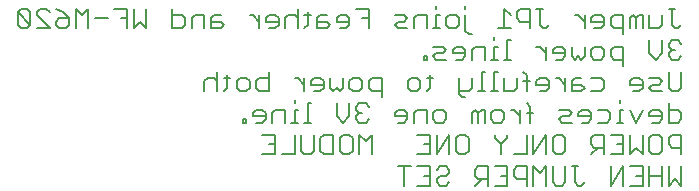
<source format=gbr>
G04 EAGLE Gerber RS-274X export*
G75*
%MOMM*%
%FSLAX34Y34*%
%LPD*%
%INSilkscreen Bottom*%
%IPPOS*%
%AMOC8*
5,1,8,0,0,1.08239X$1,22.5*%
G01*
%ADD10C,0.152400*%


D10*
X614238Y486824D02*
X611526Y484112D01*
X608815Y484112D01*
X606103Y486824D01*
X606103Y500382D01*
X608815Y500382D02*
X603391Y500382D01*
X597866Y494959D02*
X597866Y486824D01*
X595155Y484112D01*
X587020Y484112D01*
X587020Y494959D01*
X581495Y494959D02*
X581495Y484112D01*
X581495Y494959D02*
X578783Y494959D01*
X576072Y492247D01*
X576072Y484112D01*
X576072Y492247D02*
X573360Y494959D01*
X570648Y492247D01*
X570648Y484112D01*
X565123Y478689D02*
X565123Y494959D01*
X556988Y494959D01*
X554277Y492247D01*
X554277Y486824D01*
X556988Y484112D01*
X565123Y484112D01*
X546040Y484112D02*
X540617Y484112D01*
X546040Y484112D02*
X548752Y486824D01*
X548752Y492247D01*
X546040Y494959D01*
X540617Y494959D01*
X537905Y492247D01*
X537905Y489535D01*
X548752Y489535D01*
X532380Y484112D02*
X532380Y494959D01*
X526957Y494959D02*
X532380Y489535D01*
X526957Y494959D02*
X524245Y494959D01*
X502366Y486824D02*
X499654Y484112D01*
X496942Y484112D01*
X494231Y486824D01*
X494231Y500382D01*
X496942Y500382D02*
X491519Y500382D01*
X485994Y500382D02*
X485994Y484112D01*
X485994Y500382D02*
X477859Y500382D01*
X475148Y497670D01*
X475148Y492247D01*
X477859Y489535D01*
X485994Y489535D01*
X469623Y494959D02*
X464199Y500382D01*
X464199Y484112D01*
X458776Y484112D02*
X469623Y484112D01*
X436879Y478689D02*
X434168Y478689D01*
X431456Y481400D01*
X431456Y494959D01*
X431456Y500382D02*
X431456Y503094D01*
X423253Y484112D02*
X417830Y484112D01*
X415118Y486824D01*
X415118Y492247D01*
X417830Y494959D01*
X423253Y494959D01*
X425965Y492247D01*
X425965Y486824D01*
X423253Y484112D01*
X409593Y494959D02*
X406882Y494959D01*
X406882Y484112D01*
X409593Y484112D02*
X404170Y484112D01*
X406882Y500382D02*
X406882Y503094D01*
X398679Y494959D02*
X398679Y484112D01*
X398679Y494959D02*
X390544Y494959D01*
X387833Y492247D01*
X387833Y484112D01*
X382308Y484112D02*
X374173Y484112D01*
X371461Y486824D01*
X374173Y489535D01*
X379596Y489535D01*
X382308Y492247D01*
X379596Y494959D01*
X371461Y494959D01*
X349564Y500382D02*
X349564Y484112D01*
X349564Y500382D02*
X338718Y500382D01*
X344141Y492247D02*
X349564Y492247D01*
X330481Y484112D02*
X325058Y484112D01*
X330481Y484112D02*
X333193Y486824D01*
X333193Y492247D01*
X330481Y494959D01*
X325058Y494959D01*
X322346Y492247D01*
X322346Y489535D01*
X333193Y489535D01*
X314110Y494959D02*
X308686Y494959D01*
X305975Y492247D01*
X305975Y484112D01*
X314110Y484112D01*
X316821Y486824D01*
X314110Y489535D01*
X305975Y489535D01*
X297738Y486824D02*
X297738Y497670D01*
X297738Y486824D02*
X295026Y484112D01*
X295026Y494959D02*
X300450Y494959D01*
X289535Y500382D02*
X289535Y484112D01*
X289535Y492247D02*
X286824Y494959D01*
X281400Y494959D01*
X278689Y492247D01*
X278689Y484112D01*
X270452Y484112D02*
X265029Y484112D01*
X270452Y484112D02*
X273164Y486824D01*
X273164Y492247D01*
X270452Y494959D01*
X265029Y494959D01*
X262317Y492247D01*
X262317Y489535D01*
X273164Y489535D01*
X256792Y484112D02*
X256792Y494959D01*
X251369Y494959D02*
X256792Y489535D01*
X251369Y494959D02*
X248657Y494959D01*
X224066Y494959D02*
X218643Y494959D01*
X215931Y492247D01*
X215931Y484112D01*
X224066Y484112D01*
X226778Y486824D01*
X224066Y489535D01*
X215931Y489535D01*
X210406Y484112D02*
X210406Y494959D01*
X202271Y494959D01*
X199560Y492247D01*
X199560Y484112D01*
X183188Y484112D02*
X183188Y500382D01*
X183188Y484112D02*
X191323Y484112D01*
X194035Y486824D01*
X194035Y492247D01*
X191323Y494959D01*
X183188Y494959D01*
X161291Y500382D02*
X161291Y484112D01*
X155868Y489535D01*
X150445Y484112D01*
X150445Y500382D01*
X144920Y500382D02*
X144920Y484112D01*
X144920Y500382D02*
X134073Y500382D01*
X139497Y492247D02*
X144920Y492247D01*
X128548Y492247D02*
X117702Y492247D01*
X112177Y484112D02*
X112177Y500382D01*
X106753Y494959D01*
X101330Y500382D01*
X101330Y484112D01*
X90382Y497670D02*
X84959Y500382D01*
X90382Y497670D02*
X95805Y492247D01*
X95805Y486824D01*
X93094Y484112D01*
X87670Y484112D01*
X84959Y486824D01*
X84959Y489535D01*
X87670Y492247D01*
X95805Y492247D01*
X79434Y484112D02*
X68587Y484112D01*
X79434Y484112D02*
X68587Y494959D01*
X68587Y497670D01*
X71299Y500382D01*
X76722Y500382D01*
X79434Y497670D01*
X63062Y497670D02*
X63062Y486824D01*
X63062Y497670D02*
X60350Y500382D01*
X54927Y500382D01*
X52215Y497670D01*
X52215Y486824D01*
X54927Y484112D01*
X60350Y484112D01*
X63062Y486824D01*
X52215Y497670D01*
X611526Y473712D02*
X614238Y471000D01*
X611526Y473712D02*
X606103Y473712D01*
X603391Y471000D01*
X603391Y468289D01*
X606103Y465577D01*
X608815Y465577D01*
X606103Y465577D02*
X603391Y462865D01*
X603391Y460154D01*
X606103Y457442D01*
X611526Y457442D01*
X614238Y460154D01*
X597866Y462865D02*
X597866Y473712D01*
X597866Y462865D02*
X592443Y457442D01*
X587020Y462865D01*
X587020Y473712D01*
X565123Y468289D02*
X565123Y452019D01*
X565123Y468289D02*
X556988Y468289D01*
X554277Y465577D01*
X554277Y460154D01*
X556988Y457442D01*
X565123Y457442D01*
X546040Y457442D02*
X540617Y457442D01*
X537905Y460154D01*
X537905Y465577D01*
X540617Y468289D01*
X546040Y468289D01*
X548752Y465577D01*
X548752Y460154D01*
X546040Y457442D01*
X532380Y460154D02*
X532380Y468289D01*
X532380Y460154D02*
X529669Y457442D01*
X526957Y460154D01*
X524245Y457442D01*
X521534Y460154D01*
X521534Y468289D01*
X513297Y457442D02*
X507874Y457442D01*
X513297Y457442D02*
X516009Y460154D01*
X516009Y465577D01*
X513297Y468289D01*
X507874Y468289D01*
X505162Y465577D01*
X505162Y462865D01*
X516009Y462865D01*
X499637Y457442D02*
X499637Y468289D01*
X494214Y468289D02*
X499637Y462865D01*
X494214Y468289D02*
X491502Y468289D01*
X469623Y473712D02*
X466911Y473712D01*
X466911Y457442D01*
X469623Y457442D02*
X464199Y457442D01*
X458708Y468289D02*
X455997Y468289D01*
X455997Y457442D01*
X458708Y457442D02*
X453285Y457442D01*
X455997Y473712D02*
X455997Y476424D01*
X447794Y468289D02*
X447794Y457442D01*
X447794Y468289D02*
X439659Y468289D01*
X436947Y465577D01*
X436947Y457442D01*
X428711Y457442D02*
X423287Y457442D01*
X428711Y457442D02*
X431422Y460154D01*
X431422Y465577D01*
X428711Y468289D01*
X423287Y468289D01*
X420576Y465577D01*
X420576Y462865D01*
X431422Y462865D01*
X415051Y457442D02*
X406916Y457442D01*
X404204Y460154D01*
X406916Y462865D01*
X412339Y462865D01*
X415051Y465577D01*
X412339Y468289D01*
X404204Y468289D01*
X398679Y460154D02*
X398679Y457442D01*
X398679Y460154D02*
X395967Y460154D01*
X395967Y457442D01*
X398679Y457442D01*
X614238Y447042D02*
X614238Y433484D01*
X611526Y430772D01*
X606103Y430772D01*
X603391Y433484D01*
X603391Y447042D01*
X597866Y430772D02*
X589732Y430772D01*
X587020Y433484D01*
X589732Y436195D01*
X595155Y436195D01*
X597866Y438907D01*
X595155Y441619D01*
X587020Y441619D01*
X578783Y430772D02*
X573360Y430772D01*
X578783Y430772D02*
X581495Y433484D01*
X581495Y438907D01*
X578783Y441619D01*
X573360Y441619D01*
X570648Y438907D01*
X570648Y436195D01*
X581495Y436195D01*
X546040Y441619D02*
X537905Y441619D01*
X546040Y441619D02*
X548752Y438907D01*
X548752Y433484D01*
X546040Y430772D01*
X537905Y430772D01*
X529669Y441619D02*
X524245Y441619D01*
X521534Y438907D01*
X521534Y430772D01*
X529669Y430772D01*
X532380Y433484D01*
X529669Y436195D01*
X521534Y436195D01*
X516009Y430772D02*
X516009Y441619D01*
X516009Y436195D02*
X510585Y441619D01*
X507874Y441619D01*
X499654Y430772D02*
X494231Y430772D01*
X499654Y430772D02*
X502366Y433484D01*
X502366Y438907D01*
X499654Y441619D01*
X494231Y441619D01*
X491519Y438907D01*
X491519Y436195D01*
X502366Y436195D01*
X483282Y430772D02*
X483282Y444330D01*
X480571Y447042D01*
X480571Y438907D02*
X485994Y438907D01*
X475080Y441619D02*
X475080Y433484D01*
X472368Y430772D01*
X464233Y430772D01*
X464233Y441619D01*
X458708Y447042D02*
X455997Y447042D01*
X455997Y430772D01*
X458708Y430772D02*
X453285Y430772D01*
X447794Y447042D02*
X445082Y447042D01*
X445082Y430772D01*
X442371Y430772D02*
X447794Y430772D01*
X436879Y433484D02*
X436879Y441619D01*
X436879Y433484D02*
X434168Y430772D01*
X426033Y430772D01*
X426033Y428060D02*
X426033Y441619D01*
X426033Y428060D02*
X428744Y425349D01*
X431456Y425349D01*
X401425Y433484D02*
X401425Y444330D01*
X401425Y433484D02*
X398713Y430772D01*
X398713Y441619D02*
X404136Y441619D01*
X390510Y430772D02*
X385087Y430772D01*
X382375Y433484D01*
X382375Y438907D01*
X385087Y441619D01*
X390510Y441619D01*
X393222Y438907D01*
X393222Y433484D01*
X390510Y430772D01*
X360479Y425349D02*
X360479Y441619D01*
X352344Y441619D01*
X349632Y438907D01*
X349632Y433484D01*
X352344Y430772D01*
X360479Y430772D01*
X341396Y430772D02*
X335972Y430772D01*
X333261Y433484D01*
X333261Y438907D01*
X335972Y441619D01*
X341396Y441619D01*
X344107Y438907D01*
X344107Y433484D01*
X341396Y430772D01*
X327736Y433484D02*
X327736Y441619D01*
X327736Y433484D02*
X325024Y430772D01*
X322312Y433484D01*
X319601Y430772D01*
X316889Y433484D01*
X316889Y441619D01*
X308652Y430772D02*
X303229Y430772D01*
X308652Y430772D02*
X311364Y433484D01*
X311364Y438907D01*
X308652Y441619D01*
X303229Y441619D01*
X300518Y438907D01*
X300518Y436195D01*
X311364Y436195D01*
X294993Y430772D02*
X294993Y441619D01*
X294993Y436195D02*
X289569Y441619D01*
X286858Y441619D01*
X264978Y447042D02*
X264978Y430772D01*
X256843Y430772D01*
X254131Y433484D01*
X254131Y438907D01*
X256843Y441619D01*
X264978Y441619D01*
X245895Y430772D02*
X240472Y430772D01*
X237760Y433484D01*
X237760Y438907D01*
X240472Y441619D01*
X245895Y441619D01*
X248606Y438907D01*
X248606Y433484D01*
X245895Y430772D01*
X229523Y433484D02*
X229523Y444330D01*
X229523Y433484D02*
X226812Y430772D01*
X226812Y441619D02*
X232235Y441619D01*
X221321Y447042D02*
X221321Y430772D01*
X221321Y438907D02*
X218609Y441619D01*
X213186Y441619D01*
X210474Y438907D01*
X210474Y430772D01*
X603391Y420372D02*
X603391Y404102D01*
X611526Y404102D01*
X614238Y406814D01*
X614238Y412237D01*
X611526Y414949D01*
X603391Y414949D01*
X595155Y404102D02*
X589732Y404102D01*
X595155Y404102D02*
X597866Y406814D01*
X597866Y412237D01*
X595155Y414949D01*
X589732Y414949D01*
X587020Y412237D01*
X587020Y409525D01*
X597866Y409525D01*
X581495Y414949D02*
X576072Y404102D01*
X570648Y414949D01*
X565123Y414949D02*
X562412Y414949D01*
X562412Y404102D01*
X565123Y404102D02*
X559700Y404102D01*
X562412Y420372D02*
X562412Y423084D01*
X551497Y414949D02*
X543362Y414949D01*
X551497Y414949D02*
X554209Y412237D01*
X554209Y406814D01*
X551497Y404102D01*
X543362Y404102D01*
X535126Y404102D02*
X529702Y404102D01*
X535126Y404102D02*
X537837Y406814D01*
X537837Y412237D01*
X535126Y414949D01*
X529702Y414949D01*
X526991Y412237D01*
X526991Y409525D01*
X537837Y409525D01*
X521466Y404102D02*
X513331Y404102D01*
X510619Y406814D01*
X513331Y409525D01*
X518754Y409525D01*
X521466Y412237D01*
X518754Y414949D01*
X510619Y414949D01*
X486011Y417660D02*
X486011Y404102D01*
X486011Y417660D02*
X483299Y420372D01*
X483299Y412237D02*
X488723Y412237D01*
X477808Y414949D02*
X477808Y404102D01*
X477808Y409525D02*
X472385Y414949D01*
X469673Y414949D01*
X461454Y404102D02*
X456030Y404102D01*
X453319Y406814D01*
X453319Y412237D01*
X456030Y414949D01*
X461454Y414949D01*
X464165Y412237D01*
X464165Y406814D01*
X461454Y404102D01*
X447794Y404102D02*
X447794Y414949D01*
X445082Y414949D01*
X442371Y412237D01*
X442371Y404102D01*
X442371Y412237D02*
X439659Y414949D01*
X436947Y412237D01*
X436947Y404102D01*
X412339Y404102D02*
X406916Y404102D01*
X404204Y406814D01*
X404204Y412237D01*
X406916Y414949D01*
X412339Y414949D01*
X415051Y412237D01*
X415051Y406814D01*
X412339Y404102D01*
X398679Y404102D02*
X398679Y414949D01*
X390544Y414949D01*
X387833Y412237D01*
X387833Y404102D01*
X379596Y404102D02*
X374173Y404102D01*
X379596Y404102D02*
X382308Y406814D01*
X382308Y412237D01*
X379596Y414949D01*
X374173Y414949D01*
X371461Y412237D01*
X371461Y409525D01*
X382308Y409525D01*
X349564Y417660D02*
X346853Y420372D01*
X341429Y420372D01*
X338718Y417660D01*
X338718Y414949D01*
X341429Y412237D01*
X344141Y412237D01*
X341429Y412237D02*
X338718Y409525D01*
X338718Y406814D01*
X341429Y404102D01*
X346853Y404102D01*
X349564Y406814D01*
X333193Y409525D02*
X333193Y420372D01*
X333193Y409525D02*
X327770Y404102D01*
X322346Y409525D01*
X322346Y420372D01*
X300450Y420372D02*
X297738Y420372D01*
X297738Y404102D01*
X300450Y404102D02*
X295026Y404102D01*
X289535Y414949D02*
X286824Y414949D01*
X286824Y404102D01*
X289535Y404102D02*
X284112Y404102D01*
X286824Y420372D02*
X286824Y423084D01*
X278621Y414949D02*
X278621Y404102D01*
X278621Y414949D02*
X270486Y414949D01*
X267774Y412237D01*
X267774Y404102D01*
X259538Y404102D02*
X254114Y404102D01*
X259538Y404102D02*
X262249Y406814D01*
X262249Y412237D01*
X259538Y414949D01*
X254114Y414949D01*
X251403Y412237D01*
X251403Y409525D01*
X262249Y409525D01*
X245878Y406814D02*
X245878Y404102D01*
X245878Y406814D02*
X243166Y406814D01*
X243166Y404102D01*
X245878Y404102D01*
X614238Y393702D02*
X614238Y377432D01*
X614238Y393702D02*
X606103Y393702D01*
X603391Y390990D01*
X603391Y385567D01*
X606103Y382855D01*
X614238Y382855D01*
X595155Y393702D02*
X589732Y393702D01*
X595155Y393702D02*
X597866Y390990D01*
X597866Y380144D01*
X595155Y377432D01*
X589732Y377432D01*
X587020Y380144D01*
X587020Y390990D01*
X589732Y393702D01*
X581495Y393702D02*
X581495Y377432D01*
X576072Y382855D01*
X570648Y377432D01*
X570648Y393702D01*
X565123Y393702D02*
X554277Y393702D01*
X565123Y393702D02*
X565123Y377432D01*
X554277Y377432D01*
X559700Y385567D02*
X565123Y385567D01*
X548752Y377432D02*
X548752Y393702D01*
X540617Y393702D01*
X537905Y390990D01*
X537905Y385567D01*
X540617Y382855D01*
X548752Y382855D01*
X543328Y382855D02*
X537905Y377432D01*
X513297Y393702D02*
X507874Y393702D01*
X513297Y393702D02*
X516009Y390990D01*
X516009Y380144D01*
X513297Y377432D01*
X507874Y377432D01*
X505162Y380144D01*
X505162Y390990D01*
X507874Y393702D01*
X499637Y393702D02*
X499637Y377432D01*
X488790Y377432D02*
X499637Y393702D01*
X488790Y393702D02*
X488790Y377432D01*
X483266Y377432D02*
X483266Y393702D01*
X483266Y377432D02*
X472419Y377432D01*
X466894Y390990D02*
X466894Y393702D01*
X466894Y390990D02*
X461471Y385567D01*
X456047Y390990D01*
X456047Y393702D01*
X461471Y385567D02*
X461471Y377432D01*
X431439Y393702D02*
X426016Y393702D01*
X431439Y393702D02*
X434151Y390990D01*
X434151Y380144D01*
X431439Y377432D01*
X426016Y377432D01*
X423304Y380144D01*
X423304Y390990D01*
X426016Y393702D01*
X417779Y393702D02*
X417779Y377432D01*
X406933Y377432D02*
X417779Y393702D01*
X406933Y393702D02*
X406933Y377432D01*
X401408Y393702D02*
X390561Y393702D01*
X401408Y393702D02*
X401408Y377432D01*
X390561Y377432D01*
X395984Y385567D02*
X401408Y385567D01*
X352293Y377432D02*
X352293Y393702D01*
X346870Y388279D01*
X341446Y393702D01*
X341446Y377432D01*
X333210Y393702D02*
X327787Y393702D01*
X333210Y393702D02*
X335921Y390990D01*
X335921Y380144D01*
X333210Y377432D01*
X327787Y377432D01*
X325075Y380144D01*
X325075Y390990D01*
X327787Y393702D01*
X319550Y393702D02*
X319550Y377432D01*
X311415Y377432D01*
X308703Y380144D01*
X308703Y390990D01*
X311415Y393702D01*
X319550Y393702D01*
X303178Y393702D02*
X303178Y380144D01*
X300467Y377432D01*
X295043Y377432D01*
X292332Y380144D01*
X292332Y393702D01*
X286807Y393702D02*
X286807Y377432D01*
X275960Y377432D01*
X270435Y393702D02*
X259589Y393702D01*
X270435Y393702D02*
X270435Y377432D01*
X259589Y377432D01*
X265012Y385567D02*
X270435Y385567D01*
X614238Y367032D02*
X614238Y350762D01*
X608815Y356185D01*
X603391Y350762D01*
X603391Y367032D01*
X597866Y367032D02*
X597866Y350762D01*
X597866Y358897D02*
X587020Y358897D01*
X587020Y367032D02*
X587020Y350762D01*
X581495Y367032D02*
X570648Y367032D01*
X581495Y367032D02*
X581495Y350762D01*
X570648Y350762D01*
X576072Y358897D02*
X581495Y358897D01*
X565123Y350762D02*
X565123Y367032D01*
X554277Y350762D01*
X554277Y367032D01*
X532380Y353474D02*
X529669Y350762D01*
X526957Y350762D01*
X524245Y353474D01*
X524245Y367032D01*
X521534Y367032D02*
X526957Y367032D01*
X516009Y367032D02*
X516009Y353474D01*
X513297Y350762D01*
X507874Y350762D01*
X505162Y353474D01*
X505162Y367032D01*
X499637Y367032D02*
X499637Y350762D01*
X494214Y361609D02*
X499637Y367032D01*
X494214Y361609D02*
X488790Y367032D01*
X488790Y350762D01*
X483266Y350762D02*
X483266Y367032D01*
X475131Y367032D01*
X472419Y364320D01*
X472419Y358897D01*
X475131Y356185D01*
X483266Y356185D01*
X466894Y367032D02*
X456047Y367032D01*
X466894Y367032D02*
X466894Y350762D01*
X456047Y350762D01*
X461471Y358897D02*
X466894Y358897D01*
X450522Y350762D02*
X450522Y367032D01*
X442387Y367032D01*
X439676Y364320D01*
X439676Y358897D01*
X442387Y356185D01*
X450522Y356185D01*
X445099Y356185D02*
X439676Y350762D01*
X409644Y367032D02*
X406933Y364320D01*
X409644Y367032D02*
X415068Y367032D01*
X417779Y364320D01*
X417779Y361609D01*
X415068Y358897D01*
X409644Y358897D01*
X406933Y356185D01*
X406933Y353474D01*
X409644Y350762D01*
X415068Y350762D01*
X417779Y353474D01*
X401408Y367032D02*
X390561Y367032D01*
X401408Y367032D02*
X401408Y350762D01*
X390561Y350762D01*
X395984Y358897D02*
X401408Y358897D01*
X379613Y350762D02*
X379613Y367032D01*
X385036Y367032D02*
X374190Y367032D01*
M02*

</source>
